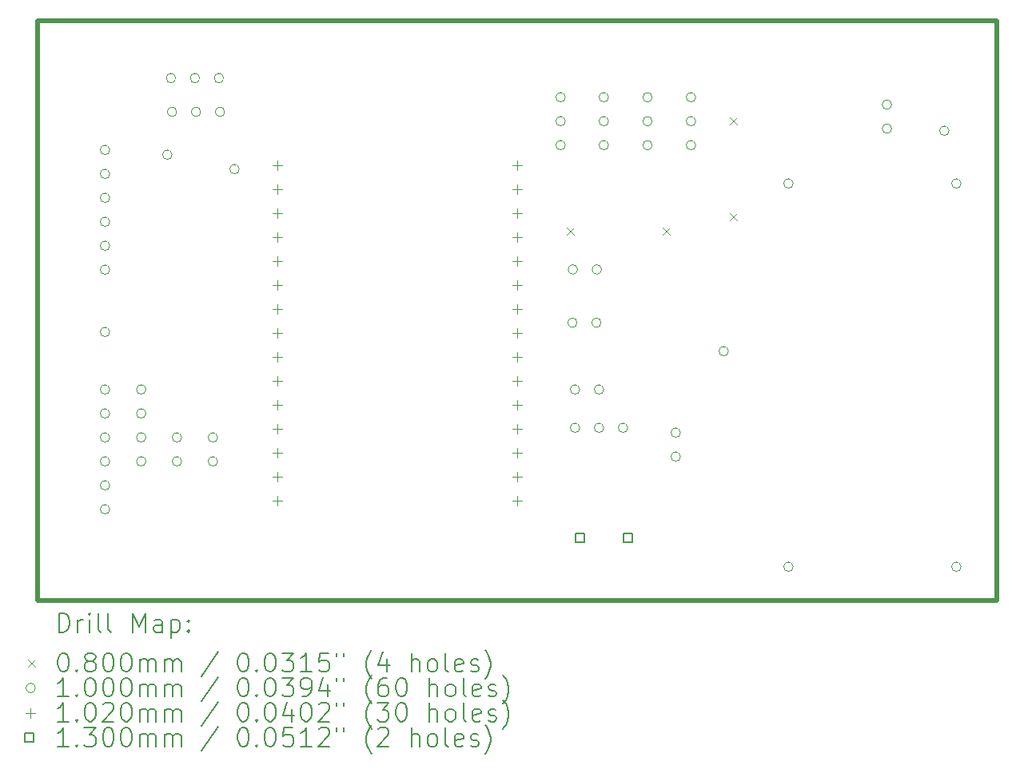
<source format=gbr>
%TF.GenerationSoftware,KiCad,Pcbnew,7.0.1*%
%TF.CreationDate,2023-06-27T15:59:31-05:00*%
%TF.ProjectId,ChocoBox,43686f63-6f42-46f7-982e-6b696361645f,rev?*%
%TF.SameCoordinates,Original*%
%TF.FileFunction,Drillmap*%
%TF.FilePolarity,Positive*%
%FSLAX45Y45*%
G04 Gerber Fmt 4.5, Leading zero omitted, Abs format (unit mm)*
G04 Created by KiCad (PCBNEW 7.0.1) date 2023-06-27 15:59:31*
%MOMM*%
%LPD*%
G01*
G04 APERTURE LIST*
%ADD10C,0.500000*%
%ADD11C,0.200000*%
%ADD12C,0.080000*%
%ADD13C,0.100000*%
%ADD14C,0.102000*%
%ADD15C,0.130000*%
G04 APERTURE END LIST*
D10*
X6146800Y-3708400D02*
X16306800Y-3708400D01*
X16306800Y-9855200D01*
X6146800Y-9855200D01*
X6146800Y-3708400D01*
D11*
D12*
X11745600Y-5903600D02*
X11825600Y-5983600D01*
X11825600Y-5903600D02*
X11745600Y-5983600D01*
X12761600Y-5903600D02*
X12841600Y-5983600D01*
X12841600Y-5903600D02*
X12761600Y-5983600D01*
X13472800Y-4735200D02*
X13552800Y-4815200D01*
X13552800Y-4735200D02*
X13472800Y-4815200D01*
X13472800Y-5751200D02*
X13552800Y-5831200D01*
X13552800Y-5751200D02*
X13472800Y-5831200D01*
D13*
X6908000Y-5080000D02*
G75*
G03*
X6908000Y-5080000I-50000J0D01*
G01*
X6908000Y-5334000D02*
G75*
G03*
X6908000Y-5334000I-50000J0D01*
G01*
X6908000Y-5588000D02*
G75*
G03*
X6908000Y-5588000I-50000J0D01*
G01*
X6908000Y-5842000D02*
G75*
G03*
X6908000Y-5842000I-50000J0D01*
G01*
X6908000Y-6096000D02*
G75*
G03*
X6908000Y-6096000I-50000J0D01*
G01*
X6908000Y-6350000D02*
G75*
G03*
X6908000Y-6350000I-50000J0D01*
G01*
X6908000Y-7010400D02*
G75*
G03*
X6908000Y-7010400I-50000J0D01*
G01*
X6908000Y-7620000D02*
G75*
G03*
X6908000Y-7620000I-50000J0D01*
G01*
X6908000Y-7874000D02*
G75*
G03*
X6908000Y-7874000I-50000J0D01*
G01*
X6908000Y-8128000D02*
G75*
G03*
X6908000Y-8128000I-50000J0D01*
G01*
X6908000Y-8382000D02*
G75*
G03*
X6908000Y-8382000I-50000J0D01*
G01*
X6908000Y-8636000D02*
G75*
G03*
X6908000Y-8636000I-50000J0D01*
G01*
X6908000Y-8890000D02*
G75*
G03*
X6908000Y-8890000I-50000J0D01*
G01*
X7291500Y-7620000D02*
G75*
G03*
X7291500Y-7620000I-50000J0D01*
G01*
X7291500Y-7874000D02*
G75*
G03*
X7291500Y-7874000I-50000J0D01*
G01*
X7291500Y-8128000D02*
G75*
G03*
X7291500Y-8128000I-50000J0D01*
G01*
X7291500Y-8382000D02*
G75*
G03*
X7291500Y-8382000I-50000J0D01*
G01*
X7568400Y-5130800D02*
G75*
G03*
X7568400Y-5130800I-50000J0D01*
G01*
X7606500Y-4318000D02*
G75*
G03*
X7606500Y-4318000I-50000J0D01*
G01*
X7617700Y-4676100D02*
G75*
G03*
X7617700Y-4676100I-50000J0D01*
G01*
X7670000Y-8128000D02*
G75*
G03*
X7670000Y-8128000I-50000J0D01*
G01*
X7670000Y-8382000D02*
G75*
G03*
X7670000Y-8382000I-50000J0D01*
G01*
X7860500Y-4318000D02*
G75*
G03*
X7860500Y-4318000I-50000J0D01*
G01*
X7871700Y-4676100D02*
G75*
G03*
X7871700Y-4676100I-50000J0D01*
G01*
X8051000Y-8128000D02*
G75*
G03*
X8051000Y-8128000I-50000J0D01*
G01*
X8051000Y-8382000D02*
G75*
G03*
X8051000Y-8382000I-50000J0D01*
G01*
X8114500Y-4318000D02*
G75*
G03*
X8114500Y-4318000I-50000J0D01*
G01*
X8125700Y-4676100D02*
G75*
G03*
X8125700Y-4676100I-50000J0D01*
G01*
X8279600Y-5283200D02*
G75*
G03*
X8279600Y-5283200I-50000J0D01*
G01*
X11734000Y-4521200D02*
G75*
G03*
X11734000Y-4521200I-50000J0D01*
G01*
X11734000Y-4775200D02*
G75*
G03*
X11734000Y-4775200I-50000J0D01*
G01*
X11734000Y-5029200D02*
G75*
G03*
X11734000Y-5029200I-50000J0D01*
G01*
X11859000Y-6911300D02*
G75*
G03*
X11859000Y-6911300I-50000J0D01*
G01*
X11863000Y-6347500D02*
G75*
G03*
X11863000Y-6347500I-50000J0D01*
G01*
X11886400Y-7620000D02*
G75*
G03*
X11886400Y-7620000I-50000J0D01*
G01*
X11886400Y-8026400D02*
G75*
G03*
X11886400Y-8026400I-50000J0D01*
G01*
X12113000Y-6911300D02*
G75*
G03*
X12113000Y-6911300I-50000J0D01*
G01*
X12117000Y-6347500D02*
G75*
G03*
X12117000Y-6347500I-50000J0D01*
G01*
X12140400Y-7620000D02*
G75*
G03*
X12140400Y-7620000I-50000J0D01*
G01*
X12140400Y-8026400D02*
G75*
G03*
X12140400Y-8026400I-50000J0D01*
G01*
X12191200Y-4521200D02*
G75*
G03*
X12191200Y-4521200I-50000J0D01*
G01*
X12191200Y-4775200D02*
G75*
G03*
X12191200Y-4775200I-50000J0D01*
G01*
X12191200Y-5029200D02*
G75*
G03*
X12191200Y-5029200I-50000J0D01*
G01*
X12394400Y-8026400D02*
G75*
G03*
X12394400Y-8026400I-50000J0D01*
G01*
X12654000Y-4521200D02*
G75*
G03*
X12654000Y-4521200I-50000J0D01*
G01*
X12654000Y-4775200D02*
G75*
G03*
X12654000Y-4775200I-50000J0D01*
G01*
X12654000Y-5029200D02*
G75*
G03*
X12654000Y-5029200I-50000J0D01*
G01*
X12953200Y-8077200D02*
G75*
G03*
X12953200Y-8077200I-50000J0D01*
G01*
X12953200Y-8331200D02*
G75*
G03*
X12953200Y-8331200I-50000J0D01*
G01*
X13114000Y-4521200D02*
G75*
G03*
X13114000Y-4521200I-50000J0D01*
G01*
X13114000Y-4775200D02*
G75*
G03*
X13114000Y-4775200I-50000J0D01*
G01*
X13114000Y-5029200D02*
G75*
G03*
X13114000Y-5029200I-50000J0D01*
G01*
X13461200Y-7213600D02*
G75*
G03*
X13461200Y-7213600I-50000J0D01*
G01*
X14147000Y-5435600D02*
G75*
G03*
X14147000Y-5435600I-50000J0D01*
G01*
X14147000Y-9499600D02*
G75*
G03*
X14147000Y-9499600I-50000J0D01*
G01*
X15190900Y-4599400D02*
G75*
G03*
X15190900Y-4599400I-50000J0D01*
G01*
X15190900Y-4853400D02*
G75*
G03*
X15190900Y-4853400I-50000J0D01*
G01*
X15798000Y-4876800D02*
G75*
G03*
X15798000Y-4876800I-50000J0D01*
G01*
X15925000Y-5435600D02*
G75*
G03*
X15925000Y-5435600I-50000J0D01*
G01*
X15925000Y-9499600D02*
G75*
G03*
X15925000Y-9499600I-50000J0D01*
G01*
D14*
X8683000Y-5194000D02*
X8683000Y-5296000D01*
X8632000Y-5245000D02*
X8734000Y-5245000D01*
X8683000Y-5448000D02*
X8683000Y-5550000D01*
X8632000Y-5499000D02*
X8734000Y-5499000D01*
X8683000Y-5702000D02*
X8683000Y-5804000D01*
X8632000Y-5753000D02*
X8734000Y-5753000D01*
X8683000Y-5956000D02*
X8683000Y-6058000D01*
X8632000Y-6007000D02*
X8734000Y-6007000D01*
X8683000Y-6210000D02*
X8683000Y-6312000D01*
X8632000Y-6261000D02*
X8734000Y-6261000D01*
X8683000Y-6464000D02*
X8683000Y-6566000D01*
X8632000Y-6515000D02*
X8734000Y-6515000D01*
X8683000Y-6718000D02*
X8683000Y-6820000D01*
X8632000Y-6769000D02*
X8734000Y-6769000D01*
X8683000Y-6972000D02*
X8683000Y-7074000D01*
X8632000Y-7023000D02*
X8734000Y-7023000D01*
X8683000Y-7226000D02*
X8683000Y-7328000D01*
X8632000Y-7277000D02*
X8734000Y-7277000D01*
X8683000Y-7480000D02*
X8683000Y-7582000D01*
X8632000Y-7531000D02*
X8734000Y-7531000D01*
X8683000Y-7734000D02*
X8683000Y-7836000D01*
X8632000Y-7785000D02*
X8734000Y-7785000D01*
X8683000Y-7988000D02*
X8683000Y-8090000D01*
X8632000Y-8039000D02*
X8734000Y-8039000D01*
X8683000Y-8242000D02*
X8683000Y-8344000D01*
X8632000Y-8293000D02*
X8734000Y-8293000D01*
X8683000Y-8496000D02*
X8683000Y-8598000D01*
X8632000Y-8547000D02*
X8734000Y-8547000D01*
X8683000Y-8750000D02*
X8683000Y-8852000D01*
X8632000Y-8801000D02*
X8734000Y-8801000D01*
X11223000Y-5194000D02*
X11223000Y-5296000D01*
X11172000Y-5245000D02*
X11274000Y-5245000D01*
X11223000Y-5448000D02*
X11223000Y-5550000D01*
X11172000Y-5499000D02*
X11274000Y-5499000D01*
X11223000Y-5702000D02*
X11223000Y-5804000D01*
X11172000Y-5753000D02*
X11274000Y-5753000D01*
X11223000Y-5956000D02*
X11223000Y-6058000D01*
X11172000Y-6007000D02*
X11274000Y-6007000D01*
X11223000Y-6210000D02*
X11223000Y-6312000D01*
X11172000Y-6261000D02*
X11274000Y-6261000D01*
X11223000Y-6464000D02*
X11223000Y-6566000D01*
X11172000Y-6515000D02*
X11274000Y-6515000D01*
X11223000Y-6718000D02*
X11223000Y-6820000D01*
X11172000Y-6769000D02*
X11274000Y-6769000D01*
X11223000Y-6972000D02*
X11223000Y-7074000D01*
X11172000Y-7023000D02*
X11274000Y-7023000D01*
X11223000Y-7226000D02*
X11223000Y-7328000D01*
X11172000Y-7277000D02*
X11274000Y-7277000D01*
X11223000Y-7480000D02*
X11223000Y-7582000D01*
X11172000Y-7531000D02*
X11274000Y-7531000D01*
X11223000Y-7734000D02*
X11223000Y-7836000D01*
X11172000Y-7785000D02*
X11274000Y-7785000D01*
X11223000Y-7988000D02*
X11223000Y-8090000D01*
X11172000Y-8039000D02*
X11274000Y-8039000D01*
X11223000Y-8242000D02*
X11223000Y-8344000D01*
X11172000Y-8293000D02*
X11274000Y-8293000D01*
X11223000Y-8496000D02*
X11223000Y-8598000D01*
X11172000Y-8547000D02*
X11274000Y-8547000D01*
X11223000Y-8750000D02*
X11223000Y-8852000D01*
X11172000Y-8801000D02*
X11274000Y-8801000D01*
D15*
X11933162Y-9240762D02*
X11933162Y-9148838D01*
X11841238Y-9148838D01*
X11841238Y-9240762D01*
X11933162Y-9240762D01*
X12441162Y-9240762D02*
X12441162Y-9148838D01*
X12349238Y-9148838D01*
X12349238Y-9240762D01*
X12441162Y-9240762D01*
D11*
X6369419Y-10192724D02*
X6369419Y-9992724D01*
X6369419Y-9992724D02*
X6417038Y-9992724D01*
X6417038Y-9992724D02*
X6445609Y-10002248D01*
X6445609Y-10002248D02*
X6464657Y-10021295D01*
X6464657Y-10021295D02*
X6474181Y-10040343D01*
X6474181Y-10040343D02*
X6483705Y-10078438D01*
X6483705Y-10078438D02*
X6483705Y-10107010D01*
X6483705Y-10107010D02*
X6474181Y-10145105D01*
X6474181Y-10145105D02*
X6464657Y-10164152D01*
X6464657Y-10164152D02*
X6445609Y-10183200D01*
X6445609Y-10183200D02*
X6417038Y-10192724D01*
X6417038Y-10192724D02*
X6369419Y-10192724D01*
X6569419Y-10192724D02*
X6569419Y-10059390D01*
X6569419Y-10097486D02*
X6578943Y-10078438D01*
X6578943Y-10078438D02*
X6588467Y-10068914D01*
X6588467Y-10068914D02*
X6607514Y-10059390D01*
X6607514Y-10059390D02*
X6626562Y-10059390D01*
X6693228Y-10192724D02*
X6693228Y-10059390D01*
X6693228Y-9992724D02*
X6683705Y-10002248D01*
X6683705Y-10002248D02*
X6693228Y-10011771D01*
X6693228Y-10011771D02*
X6702752Y-10002248D01*
X6702752Y-10002248D02*
X6693228Y-9992724D01*
X6693228Y-9992724D02*
X6693228Y-10011771D01*
X6817038Y-10192724D02*
X6797990Y-10183200D01*
X6797990Y-10183200D02*
X6788467Y-10164152D01*
X6788467Y-10164152D02*
X6788467Y-9992724D01*
X6921800Y-10192724D02*
X6902752Y-10183200D01*
X6902752Y-10183200D02*
X6893228Y-10164152D01*
X6893228Y-10164152D02*
X6893228Y-9992724D01*
X7150371Y-10192724D02*
X7150371Y-9992724D01*
X7150371Y-9992724D02*
X7217038Y-10135581D01*
X7217038Y-10135581D02*
X7283705Y-9992724D01*
X7283705Y-9992724D02*
X7283705Y-10192724D01*
X7464657Y-10192724D02*
X7464657Y-10087962D01*
X7464657Y-10087962D02*
X7455133Y-10068914D01*
X7455133Y-10068914D02*
X7436086Y-10059390D01*
X7436086Y-10059390D02*
X7397990Y-10059390D01*
X7397990Y-10059390D02*
X7378943Y-10068914D01*
X7464657Y-10183200D02*
X7445609Y-10192724D01*
X7445609Y-10192724D02*
X7397990Y-10192724D01*
X7397990Y-10192724D02*
X7378943Y-10183200D01*
X7378943Y-10183200D02*
X7369419Y-10164152D01*
X7369419Y-10164152D02*
X7369419Y-10145105D01*
X7369419Y-10145105D02*
X7378943Y-10126057D01*
X7378943Y-10126057D02*
X7397990Y-10116533D01*
X7397990Y-10116533D02*
X7445609Y-10116533D01*
X7445609Y-10116533D02*
X7464657Y-10107010D01*
X7559895Y-10059390D02*
X7559895Y-10259390D01*
X7559895Y-10068914D02*
X7578943Y-10059390D01*
X7578943Y-10059390D02*
X7617038Y-10059390D01*
X7617038Y-10059390D02*
X7636086Y-10068914D01*
X7636086Y-10068914D02*
X7645609Y-10078438D01*
X7645609Y-10078438D02*
X7655133Y-10097486D01*
X7655133Y-10097486D02*
X7655133Y-10154629D01*
X7655133Y-10154629D02*
X7645609Y-10173676D01*
X7645609Y-10173676D02*
X7636086Y-10183200D01*
X7636086Y-10183200D02*
X7617038Y-10192724D01*
X7617038Y-10192724D02*
X7578943Y-10192724D01*
X7578943Y-10192724D02*
X7559895Y-10183200D01*
X7740848Y-10173676D02*
X7750371Y-10183200D01*
X7750371Y-10183200D02*
X7740848Y-10192724D01*
X7740848Y-10192724D02*
X7731324Y-10183200D01*
X7731324Y-10183200D02*
X7740848Y-10173676D01*
X7740848Y-10173676D02*
X7740848Y-10192724D01*
X7740848Y-10068914D02*
X7750371Y-10078438D01*
X7750371Y-10078438D02*
X7740848Y-10087962D01*
X7740848Y-10087962D02*
X7731324Y-10078438D01*
X7731324Y-10078438D02*
X7740848Y-10068914D01*
X7740848Y-10068914D02*
X7740848Y-10087962D01*
D12*
X6041800Y-10480200D02*
X6121800Y-10560200D01*
X6121800Y-10480200D02*
X6041800Y-10560200D01*
D11*
X6407514Y-10412724D02*
X6426562Y-10412724D01*
X6426562Y-10412724D02*
X6445609Y-10422248D01*
X6445609Y-10422248D02*
X6455133Y-10431771D01*
X6455133Y-10431771D02*
X6464657Y-10450819D01*
X6464657Y-10450819D02*
X6474181Y-10488914D01*
X6474181Y-10488914D02*
X6474181Y-10536533D01*
X6474181Y-10536533D02*
X6464657Y-10574629D01*
X6464657Y-10574629D02*
X6455133Y-10593676D01*
X6455133Y-10593676D02*
X6445609Y-10603200D01*
X6445609Y-10603200D02*
X6426562Y-10612724D01*
X6426562Y-10612724D02*
X6407514Y-10612724D01*
X6407514Y-10612724D02*
X6388467Y-10603200D01*
X6388467Y-10603200D02*
X6378943Y-10593676D01*
X6378943Y-10593676D02*
X6369419Y-10574629D01*
X6369419Y-10574629D02*
X6359895Y-10536533D01*
X6359895Y-10536533D02*
X6359895Y-10488914D01*
X6359895Y-10488914D02*
X6369419Y-10450819D01*
X6369419Y-10450819D02*
X6378943Y-10431771D01*
X6378943Y-10431771D02*
X6388467Y-10422248D01*
X6388467Y-10422248D02*
X6407514Y-10412724D01*
X6559895Y-10593676D02*
X6569419Y-10603200D01*
X6569419Y-10603200D02*
X6559895Y-10612724D01*
X6559895Y-10612724D02*
X6550371Y-10603200D01*
X6550371Y-10603200D02*
X6559895Y-10593676D01*
X6559895Y-10593676D02*
X6559895Y-10612724D01*
X6683705Y-10498438D02*
X6664657Y-10488914D01*
X6664657Y-10488914D02*
X6655133Y-10479390D01*
X6655133Y-10479390D02*
X6645609Y-10460343D01*
X6645609Y-10460343D02*
X6645609Y-10450819D01*
X6645609Y-10450819D02*
X6655133Y-10431771D01*
X6655133Y-10431771D02*
X6664657Y-10422248D01*
X6664657Y-10422248D02*
X6683705Y-10412724D01*
X6683705Y-10412724D02*
X6721800Y-10412724D01*
X6721800Y-10412724D02*
X6740848Y-10422248D01*
X6740848Y-10422248D02*
X6750371Y-10431771D01*
X6750371Y-10431771D02*
X6759895Y-10450819D01*
X6759895Y-10450819D02*
X6759895Y-10460343D01*
X6759895Y-10460343D02*
X6750371Y-10479390D01*
X6750371Y-10479390D02*
X6740848Y-10488914D01*
X6740848Y-10488914D02*
X6721800Y-10498438D01*
X6721800Y-10498438D02*
X6683705Y-10498438D01*
X6683705Y-10498438D02*
X6664657Y-10507962D01*
X6664657Y-10507962D02*
X6655133Y-10517486D01*
X6655133Y-10517486D02*
X6645609Y-10536533D01*
X6645609Y-10536533D02*
X6645609Y-10574629D01*
X6645609Y-10574629D02*
X6655133Y-10593676D01*
X6655133Y-10593676D02*
X6664657Y-10603200D01*
X6664657Y-10603200D02*
X6683705Y-10612724D01*
X6683705Y-10612724D02*
X6721800Y-10612724D01*
X6721800Y-10612724D02*
X6740848Y-10603200D01*
X6740848Y-10603200D02*
X6750371Y-10593676D01*
X6750371Y-10593676D02*
X6759895Y-10574629D01*
X6759895Y-10574629D02*
X6759895Y-10536533D01*
X6759895Y-10536533D02*
X6750371Y-10517486D01*
X6750371Y-10517486D02*
X6740848Y-10507962D01*
X6740848Y-10507962D02*
X6721800Y-10498438D01*
X6883705Y-10412724D02*
X6902752Y-10412724D01*
X6902752Y-10412724D02*
X6921800Y-10422248D01*
X6921800Y-10422248D02*
X6931324Y-10431771D01*
X6931324Y-10431771D02*
X6940848Y-10450819D01*
X6940848Y-10450819D02*
X6950371Y-10488914D01*
X6950371Y-10488914D02*
X6950371Y-10536533D01*
X6950371Y-10536533D02*
X6940848Y-10574629D01*
X6940848Y-10574629D02*
X6931324Y-10593676D01*
X6931324Y-10593676D02*
X6921800Y-10603200D01*
X6921800Y-10603200D02*
X6902752Y-10612724D01*
X6902752Y-10612724D02*
X6883705Y-10612724D01*
X6883705Y-10612724D02*
X6864657Y-10603200D01*
X6864657Y-10603200D02*
X6855133Y-10593676D01*
X6855133Y-10593676D02*
X6845609Y-10574629D01*
X6845609Y-10574629D02*
X6836086Y-10536533D01*
X6836086Y-10536533D02*
X6836086Y-10488914D01*
X6836086Y-10488914D02*
X6845609Y-10450819D01*
X6845609Y-10450819D02*
X6855133Y-10431771D01*
X6855133Y-10431771D02*
X6864657Y-10422248D01*
X6864657Y-10422248D02*
X6883705Y-10412724D01*
X7074181Y-10412724D02*
X7093229Y-10412724D01*
X7093229Y-10412724D02*
X7112276Y-10422248D01*
X7112276Y-10422248D02*
X7121800Y-10431771D01*
X7121800Y-10431771D02*
X7131324Y-10450819D01*
X7131324Y-10450819D02*
X7140848Y-10488914D01*
X7140848Y-10488914D02*
X7140848Y-10536533D01*
X7140848Y-10536533D02*
X7131324Y-10574629D01*
X7131324Y-10574629D02*
X7121800Y-10593676D01*
X7121800Y-10593676D02*
X7112276Y-10603200D01*
X7112276Y-10603200D02*
X7093229Y-10612724D01*
X7093229Y-10612724D02*
X7074181Y-10612724D01*
X7074181Y-10612724D02*
X7055133Y-10603200D01*
X7055133Y-10603200D02*
X7045609Y-10593676D01*
X7045609Y-10593676D02*
X7036086Y-10574629D01*
X7036086Y-10574629D02*
X7026562Y-10536533D01*
X7026562Y-10536533D02*
X7026562Y-10488914D01*
X7026562Y-10488914D02*
X7036086Y-10450819D01*
X7036086Y-10450819D02*
X7045609Y-10431771D01*
X7045609Y-10431771D02*
X7055133Y-10422248D01*
X7055133Y-10422248D02*
X7074181Y-10412724D01*
X7226562Y-10612724D02*
X7226562Y-10479390D01*
X7226562Y-10498438D02*
X7236086Y-10488914D01*
X7236086Y-10488914D02*
X7255133Y-10479390D01*
X7255133Y-10479390D02*
X7283705Y-10479390D01*
X7283705Y-10479390D02*
X7302752Y-10488914D01*
X7302752Y-10488914D02*
X7312276Y-10507962D01*
X7312276Y-10507962D02*
X7312276Y-10612724D01*
X7312276Y-10507962D02*
X7321800Y-10488914D01*
X7321800Y-10488914D02*
X7340848Y-10479390D01*
X7340848Y-10479390D02*
X7369419Y-10479390D01*
X7369419Y-10479390D02*
X7388467Y-10488914D01*
X7388467Y-10488914D02*
X7397990Y-10507962D01*
X7397990Y-10507962D02*
X7397990Y-10612724D01*
X7493229Y-10612724D02*
X7493229Y-10479390D01*
X7493229Y-10498438D02*
X7502752Y-10488914D01*
X7502752Y-10488914D02*
X7521800Y-10479390D01*
X7521800Y-10479390D02*
X7550371Y-10479390D01*
X7550371Y-10479390D02*
X7569419Y-10488914D01*
X7569419Y-10488914D02*
X7578943Y-10507962D01*
X7578943Y-10507962D02*
X7578943Y-10612724D01*
X7578943Y-10507962D02*
X7588467Y-10488914D01*
X7588467Y-10488914D02*
X7607514Y-10479390D01*
X7607514Y-10479390D02*
X7636086Y-10479390D01*
X7636086Y-10479390D02*
X7655133Y-10488914D01*
X7655133Y-10488914D02*
X7664657Y-10507962D01*
X7664657Y-10507962D02*
X7664657Y-10612724D01*
X8055133Y-10403200D02*
X7883705Y-10660343D01*
X8312276Y-10412724D02*
X8331324Y-10412724D01*
X8331324Y-10412724D02*
X8350372Y-10422248D01*
X8350372Y-10422248D02*
X8359895Y-10431771D01*
X8359895Y-10431771D02*
X8369419Y-10450819D01*
X8369419Y-10450819D02*
X8378943Y-10488914D01*
X8378943Y-10488914D02*
X8378943Y-10536533D01*
X8378943Y-10536533D02*
X8369419Y-10574629D01*
X8369419Y-10574629D02*
X8359895Y-10593676D01*
X8359895Y-10593676D02*
X8350372Y-10603200D01*
X8350372Y-10603200D02*
X8331324Y-10612724D01*
X8331324Y-10612724D02*
X8312276Y-10612724D01*
X8312276Y-10612724D02*
X8293229Y-10603200D01*
X8293229Y-10603200D02*
X8283705Y-10593676D01*
X8283705Y-10593676D02*
X8274181Y-10574629D01*
X8274181Y-10574629D02*
X8264657Y-10536533D01*
X8264657Y-10536533D02*
X8264657Y-10488914D01*
X8264657Y-10488914D02*
X8274181Y-10450819D01*
X8274181Y-10450819D02*
X8283705Y-10431771D01*
X8283705Y-10431771D02*
X8293229Y-10422248D01*
X8293229Y-10422248D02*
X8312276Y-10412724D01*
X8464657Y-10593676D02*
X8474181Y-10603200D01*
X8474181Y-10603200D02*
X8464657Y-10612724D01*
X8464657Y-10612724D02*
X8455134Y-10603200D01*
X8455134Y-10603200D02*
X8464657Y-10593676D01*
X8464657Y-10593676D02*
X8464657Y-10612724D01*
X8597991Y-10412724D02*
X8617038Y-10412724D01*
X8617038Y-10412724D02*
X8636086Y-10422248D01*
X8636086Y-10422248D02*
X8645610Y-10431771D01*
X8645610Y-10431771D02*
X8655134Y-10450819D01*
X8655134Y-10450819D02*
X8664657Y-10488914D01*
X8664657Y-10488914D02*
X8664657Y-10536533D01*
X8664657Y-10536533D02*
X8655134Y-10574629D01*
X8655134Y-10574629D02*
X8645610Y-10593676D01*
X8645610Y-10593676D02*
X8636086Y-10603200D01*
X8636086Y-10603200D02*
X8617038Y-10612724D01*
X8617038Y-10612724D02*
X8597991Y-10612724D01*
X8597991Y-10612724D02*
X8578943Y-10603200D01*
X8578943Y-10603200D02*
X8569419Y-10593676D01*
X8569419Y-10593676D02*
X8559895Y-10574629D01*
X8559895Y-10574629D02*
X8550372Y-10536533D01*
X8550372Y-10536533D02*
X8550372Y-10488914D01*
X8550372Y-10488914D02*
X8559895Y-10450819D01*
X8559895Y-10450819D02*
X8569419Y-10431771D01*
X8569419Y-10431771D02*
X8578943Y-10422248D01*
X8578943Y-10422248D02*
X8597991Y-10412724D01*
X8731324Y-10412724D02*
X8855134Y-10412724D01*
X8855134Y-10412724D02*
X8788467Y-10488914D01*
X8788467Y-10488914D02*
X8817038Y-10488914D01*
X8817038Y-10488914D02*
X8836086Y-10498438D01*
X8836086Y-10498438D02*
X8845610Y-10507962D01*
X8845610Y-10507962D02*
X8855134Y-10527010D01*
X8855134Y-10527010D02*
X8855134Y-10574629D01*
X8855134Y-10574629D02*
X8845610Y-10593676D01*
X8845610Y-10593676D02*
X8836086Y-10603200D01*
X8836086Y-10603200D02*
X8817038Y-10612724D01*
X8817038Y-10612724D02*
X8759895Y-10612724D01*
X8759895Y-10612724D02*
X8740848Y-10603200D01*
X8740848Y-10603200D02*
X8731324Y-10593676D01*
X9045610Y-10612724D02*
X8931324Y-10612724D01*
X8988467Y-10612724D02*
X8988467Y-10412724D01*
X8988467Y-10412724D02*
X8969419Y-10441295D01*
X8969419Y-10441295D02*
X8950372Y-10460343D01*
X8950372Y-10460343D02*
X8931324Y-10469867D01*
X9226562Y-10412724D02*
X9131324Y-10412724D01*
X9131324Y-10412724D02*
X9121800Y-10507962D01*
X9121800Y-10507962D02*
X9131324Y-10498438D01*
X9131324Y-10498438D02*
X9150372Y-10488914D01*
X9150372Y-10488914D02*
X9197991Y-10488914D01*
X9197991Y-10488914D02*
X9217038Y-10498438D01*
X9217038Y-10498438D02*
X9226562Y-10507962D01*
X9226562Y-10507962D02*
X9236086Y-10527010D01*
X9236086Y-10527010D02*
X9236086Y-10574629D01*
X9236086Y-10574629D02*
X9226562Y-10593676D01*
X9226562Y-10593676D02*
X9217038Y-10603200D01*
X9217038Y-10603200D02*
X9197991Y-10612724D01*
X9197991Y-10612724D02*
X9150372Y-10612724D01*
X9150372Y-10612724D02*
X9131324Y-10603200D01*
X9131324Y-10603200D02*
X9121800Y-10593676D01*
X9312276Y-10412724D02*
X9312276Y-10450819D01*
X9388467Y-10412724D02*
X9388467Y-10450819D01*
X9683705Y-10688914D02*
X9674181Y-10679390D01*
X9674181Y-10679390D02*
X9655134Y-10650819D01*
X9655134Y-10650819D02*
X9645610Y-10631771D01*
X9645610Y-10631771D02*
X9636086Y-10603200D01*
X9636086Y-10603200D02*
X9626562Y-10555581D01*
X9626562Y-10555581D02*
X9626562Y-10517486D01*
X9626562Y-10517486D02*
X9636086Y-10469867D01*
X9636086Y-10469867D02*
X9645610Y-10441295D01*
X9645610Y-10441295D02*
X9655134Y-10422248D01*
X9655134Y-10422248D02*
X9674181Y-10393676D01*
X9674181Y-10393676D02*
X9683705Y-10384152D01*
X9845610Y-10479390D02*
X9845610Y-10612724D01*
X9797991Y-10403200D02*
X9750372Y-10546057D01*
X9750372Y-10546057D02*
X9874181Y-10546057D01*
X10102753Y-10612724D02*
X10102753Y-10412724D01*
X10188467Y-10612724D02*
X10188467Y-10507962D01*
X10188467Y-10507962D02*
X10178943Y-10488914D01*
X10178943Y-10488914D02*
X10159896Y-10479390D01*
X10159896Y-10479390D02*
X10131324Y-10479390D01*
X10131324Y-10479390D02*
X10112277Y-10488914D01*
X10112277Y-10488914D02*
X10102753Y-10498438D01*
X10312277Y-10612724D02*
X10293229Y-10603200D01*
X10293229Y-10603200D02*
X10283705Y-10593676D01*
X10283705Y-10593676D02*
X10274181Y-10574629D01*
X10274181Y-10574629D02*
X10274181Y-10517486D01*
X10274181Y-10517486D02*
X10283705Y-10498438D01*
X10283705Y-10498438D02*
X10293229Y-10488914D01*
X10293229Y-10488914D02*
X10312277Y-10479390D01*
X10312277Y-10479390D02*
X10340848Y-10479390D01*
X10340848Y-10479390D02*
X10359896Y-10488914D01*
X10359896Y-10488914D02*
X10369419Y-10498438D01*
X10369419Y-10498438D02*
X10378943Y-10517486D01*
X10378943Y-10517486D02*
X10378943Y-10574629D01*
X10378943Y-10574629D02*
X10369419Y-10593676D01*
X10369419Y-10593676D02*
X10359896Y-10603200D01*
X10359896Y-10603200D02*
X10340848Y-10612724D01*
X10340848Y-10612724D02*
X10312277Y-10612724D01*
X10493229Y-10612724D02*
X10474181Y-10603200D01*
X10474181Y-10603200D02*
X10464658Y-10584152D01*
X10464658Y-10584152D02*
X10464658Y-10412724D01*
X10645610Y-10603200D02*
X10626562Y-10612724D01*
X10626562Y-10612724D02*
X10588467Y-10612724D01*
X10588467Y-10612724D02*
X10569419Y-10603200D01*
X10569419Y-10603200D02*
X10559896Y-10584152D01*
X10559896Y-10584152D02*
X10559896Y-10507962D01*
X10559896Y-10507962D02*
X10569419Y-10488914D01*
X10569419Y-10488914D02*
X10588467Y-10479390D01*
X10588467Y-10479390D02*
X10626562Y-10479390D01*
X10626562Y-10479390D02*
X10645610Y-10488914D01*
X10645610Y-10488914D02*
X10655134Y-10507962D01*
X10655134Y-10507962D02*
X10655134Y-10527010D01*
X10655134Y-10527010D02*
X10559896Y-10546057D01*
X10731324Y-10603200D02*
X10750372Y-10612724D01*
X10750372Y-10612724D02*
X10788467Y-10612724D01*
X10788467Y-10612724D02*
X10807515Y-10603200D01*
X10807515Y-10603200D02*
X10817039Y-10584152D01*
X10817039Y-10584152D02*
X10817039Y-10574629D01*
X10817039Y-10574629D02*
X10807515Y-10555581D01*
X10807515Y-10555581D02*
X10788467Y-10546057D01*
X10788467Y-10546057D02*
X10759896Y-10546057D01*
X10759896Y-10546057D02*
X10740848Y-10536533D01*
X10740848Y-10536533D02*
X10731324Y-10517486D01*
X10731324Y-10517486D02*
X10731324Y-10507962D01*
X10731324Y-10507962D02*
X10740848Y-10488914D01*
X10740848Y-10488914D02*
X10759896Y-10479390D01*
X10759896Y-10479390D02*
X10788467Y-10479390D01*
X10788467Y-10479390D02*
X10807515Y-10488914D01*
X10883705Y-10688914D02*
X10893229Y-10679390D01*
X10893229Y-10679390D02*
X10912277Y-10650819D01*
X10912277Y-10650819D02*
X10921800Y-10631771D01*
X10921800Y-10631771D02*
X10931324Y-10603200D01*
X10931324Y-10603200D02*
X10940848Y-10555581D01*
X10940848Y-10555581D02*
X10940848Y-10517486D01*
X10940848Y-10517486D02*
X10931324Y-10469867D01*
X10931324Y-10469867D02*
X10921800Y-10441295D01*
X10921800Y-10441295D02*
X10912277Y-10422248D01*
X10912277Y-10422248D02*
X10893229Y-10393676D01*
X10893229Y-10393676D02*
X10883705Y-10384152D01*
D13*
X6121800Y-10784200D02*
G75*
G03*
X6121800Y-10784200I-50000J0D01*
G01*
D11*
X6474181Y-10876724D02*
X6359895Y-10876724D01*
X6417038Y-10876724D02*
X6417038Y-10676724D01*
X6417038Y-10676724D02*
X6397990Y-10705295D01*
X6397990Y-10705295D02*
X6378943Y-10724343D01*
X6378943Y-10724343D02*
X6359895Y-10733867D01*
X6559895Y-10857676D02*
X6569419Y-10867200D01*
X6569419Y-10867200D02*
X6559895Y-10876724D01*
X6559895Y-10876724D02*
X6550371Y-10867200D01*
X6550371Y-10867200D02*
X6559895Y-10857676D01*
X6559895Y-10857676D02*
X6559895Y-10876724D01*
X6693228Y-10676724D02*
X6712276Y-10676724D01*
X6712276Y-10676724D02*
X6731324Y-10686248D01*
X6731324Y-10686248D02*
X6740848Y-10695771D01*
X6740848Y-10695771D02*
X6750371Y-10714819D01*
X6750371Y-10714819D02*
X6759895Y-10752914D01*
X6759895Y-10752914D02*
X6759895Y-10800533D01*
X6759895Y-10800533D02*
X6750371Y-10838629D01*
X6750371Y-10838629D02*
X6740848Y-10857676D01*
X6740848Y-10857676D02*
X6731324Y-10867200D01*
X6731324Y-10867200D02*
X6712276Y-10876724D01*
X6712276Y-10876724D02*
X6693228Y-10876724D01*
X6693228Y-10876724D02*
X6674181Y-10867200D01*
X6674181Y-10867200D02*
X6664657Y-10857676D01*
X6664657Y-10857676D02*
X6655133Y-10838629D01*
X6655133Y-10838629D02*
X6645609Y-10800533D01*
X6645609Y-10800533D02*
X6645609Y-10752914D01*
X6645609Y-10752914D02*
X6655133Y-10714819D01*
X6655133Y-10714819D02*
X6664657Y-10695771D01*
X6664657Y-10695771D02*
X6674181Y-10686248D01*
X6674181Y-10686248D02*
X6693228Y-10676724D01*
X6883705Y-10676724D02*
X6902752Y-10676724D01*
X6902752Y-10676724D02*
X6921800Y-10686248D01*
X6921800Y-10686248D02*
X6931324Y-10695771D01*
X6931324Y-10695771D02*
X6940848Y-10714819D01*
X6940848Y-10714819D02*
X6950371Y-10752914D01*
X6950371Y-10752914D02*
X6950371Y-10800533D01*
X6950371Y-10800533D02*
X6940848Y-10838629D01*
X6940848Y-10838629D02*
X6931324Y-10857676D01*
X6931324Y-10857676D02*
X6921800Y-10867200D01*
X6921800Y-10867200D02*
X6902752Y-10876724D01*
X6902752Y-10876724D02*
X6883705Y-10876724D01*
X6883705Y-10876724D02*
X6864657Y-10867200D01*
X6864657Y-10867200D02*
X6855133Y-10857676D01*
X6855133Y-10857676D02*
X6845609Y-10838629D01*
X6845609Y-10838629D02*
X6836086Y-10800533D01*
X6836086Y-10800533D02*
X6836086Y-10752914D01*
X6836086Y-10752914D02*
X6845609Y-10714819D01*
X6845609Y-10714819D02*
X6855133Y-10695771D01*
X6855133Y-10695771D02*
X6864657Y-10686248D01*
X6864657Y-10686248D02*
X6883705Y-10676724D01*
X7074181Y-10676724D02*
X7093229Y-10676724D01*
X7093229Y-10676724D02*
X7112276Y-10686248D01*
X7112276Y-10686248D02*
X7121800Y-10695771D01*
X7121800Y-10695771D02*
X7131324Y-10714819D01*
X7131324Y-10714819D02*
X7140848Y-10752914D01*
X7140848Y-10752914D02*
X7140848Y-10800533D01*
X7140848Y-10800533D02*
X7131324Y-10838629D01*
X7131324Y-10838629D02*
X7121800Y-10857676D01*
X7121800Y-10857676D02*
X7112276Y-10867200D01*
X7112276Y-10867200D02*
X7093229Y-10876724D01*
X7093229Y-10876724D02*
X7074181Y-10876724D01*
X7074181Y-10876724D02*
X7055133Y-10867200D01*
X7055133Y-10867200D02*
X7045609Y-10857676D01*
X7045609Y-10857676D02*
X7036086Y-10838629D01*
X7036086Y-10838629D02*
X7026562Y-10800533D01*
X7026562Y-10800533D02*
X7026562Y-10752914D01*
X7026562Y-10752914D02*
X7036086Y-10714819D01*
X7036086Y-10714819D02*
X7045609Y-10695771D01*
X7045609Y-10695771D02*
X7055133Y-10686248D01*
X7055133Y-10686248D02*
X7074181Y-10676724D01*
X7226562Y-10876724D02*
X7226562Y-10743390D01*
X7226562Y-10762438D02*
X7236086Y-10752914D01*
X7236086Y-10752914D02*
X7255133Y-10743390D01*
X7255133Y-10743390D02*
X7283705Y-10743390D01*
X7283705Y-10743390D02*
X7302752Y-10752914D01*
X7302752Y-10752914D02*
X7312276Y-10771962D01*
X7312276Y-10771962D02*
X7312276Y-10876724D01*
X7312276Y-10771962D02*
X7321800Y-10752914D01*
X7321800Y-10752914D02*
X7340848Y-10743390D01*
X7340848Y-10743390D02*
X7369419Y-10743390D01*
X7369419Y-10743390D02*
X7388467Y-10752914D01*
X7388467Y-10752914D02*
X7397990Y-10771962D01*
X7397990Y-10771962D02*
X7397990Y-10876724D01*
X7493229Y-10876724D02*
X7493229Y-10743390D01*
X7493229Y-10762438D02*
X7502752Y-10752914D01*
X7502752Y-10752914D02*
X7521800Y-10743390D01*
X7521800Y-10743390D02*
X7550371Y-10743390D01*
X7550371Y-10743390D02*
X7569419Y-10752914D01*
X7569419Y-10752914D02*
X7578943Y-10771962D01*
X7578943Y-10771962D02*
X7578943Y-10876724D01*
X7578943Y-10771962D02*
X7588467Y-10752914D01*
X7588467Y-10752914D02*
X7607514Y-10743390D01*
X7607514Y-10743390D02*
X7636086Y-10743390D01*
X7636086Y-10743390D02*
X7655133Y-10752914D01*
X7655133Y-10752914D02*
X7664657Y-10771962D01*
X7664657Y-10771962D02*
X7664657Y-10876724D01*
X8055133Y-10667200D02*
X7883705Y-10924343D01*
X8312276Y-10676724D02*
X8331324Y-10676724D01*
X8331324Y-10676724D02*
X8350372Y-10686248D01*
X8350372Y-10686248D02*
X8359895Y-10695771D01*
X8359895Y-10695771D02*
X8369419Y-10714819D01*
X8369419Y-10714819D02*
X8378943Y-10752914D01*
X8378943Y-10752914D02*
X8378943Y-10800533D01*
X8378943Y-10800533D02*
X8369419Y-10838629D01*
X8369419Y-10838629D02*
X8359895Y-10857676D01*
X8359895Y-10857676D02*
X8350372Y-10867200D01*
X8350372Y-10867200D02*
X8331324Y-10876724D01*
X8331324Y-10876724D02*
X8312276Y-10876724D01*
X8312276Y-10876724D02*
X8293229Y-10867200D01*
X8293229Y-10867200D02*
X8283705Y-10857676D01*
X8283705Y-10857676D02*
X8274181Y-10838629D01*
X8274181Y-10838629D02*
X8264657Y-10800533D01*
X8264657Y-10800533D02*
X8264657Y-10752914D01*
X8264657Y-10752914D02*
X8274181Y-10714819D01*
X8274181Y-10714819D02*
X8283705Y-10695771D01*
X8283705Y-10695771D02*
X8293229Y-10686248D01*
X8293229Y-10686248D02*
X8312276Y-10676724D01*
X8464657Y-10857676D02*
X8474181Y-10867200D01*
X8474181Y-10867200D02*
X8464657Y-10876724D01*
X8464657Y-10876724D02*
X8455134Y-10867200D01*
X8455134Y-10867200D02*
X8464657Y-10857676D01*
X8464657Y-10857676D02*
X8464657Y-10876724D01*
X8597991Y-10676724D02*
X8617038Y-10676724D01*
X8617038Y-10676724D02*
X8636086Y-10686248D01*
X8636086Y-10686248D02*
X8645610Y-10695771D01*
X8645610Y-10695771D02*
X8655134Y-10714819D01*
X8655134Y-10714819D02*
X8664657Y-10752914D01*
X8664657Y-10752914D02*
X8664657Y-10800533D01*
X8664657Y-10800533D02*
X8655134Y-10838629D01*
X8655134Y-10838629D02*
X8645610Y-10857676D01*
X8645610Y-10857676D02*
X8636086Y-10867200D01*
X8636086Y-10867200D02*
X8617038Y-10876724D01*
X8617038Y-10876724D02*
X8597991Y-10876724D01*
X8597991Y-10876724D02*
X8578943Y-10867200D01*
X8578943Y-10867200D02*
X8569419Y-10857676D01*
X8569419Y-10857676D02*
X8559895Y-10838629D01*
X8559895Y-10838629D02*
X8550372Y-10800533D01*
X8550372Y-10800533D02*
X8550372Y-10752914D01*
X8550372Y-10752914D02*
X8559895Y-10714819D01*
X8559895Y-10714819D02*
X8569419Y-10695771D01*
X8569419Y-10695771D02*
X8578943Y-10686248D01*
X8578943Y-10686248D02*
X8597991Y-10676724D01*
X8731324Y-10676724D02*
X8855134Y-10676724D01*
X8855134Y-10676724D02*
X8788467Y-10752914D01*
X8788467Y-10752914D02*
X8817038Y-10752914D01*
X8817038Y-10752914D02*
X8836086Y-10762438D01*
X8836086Y-10762438D02*
X8845610Y-10771962D01*
X8845610Y-10771962D02*
X8855134Y-10791010D01*
X8855134Y-10791010D02*
X8855134Y-10838629D01*
X8855134Y-10838629D02*
X8845610Y-10857676D01*
X8845610Y-10857676D02*
X8836086Y-10867200D01*
X8836086Y-10867200D02*
X8817038Y-10876724D01*
X8817038Y-10876724D02*
X8759895Y-10876724D01*
X8759895Y-10876724D02*
X8740848Y-10867200D01*
X8740848Y-10867200D02*
X8731324Y-10857676D01*
X8950372Y-10876724D02*
X8988467Y-10876724D01*
X8988467Y-10876724D02*
X9007515Y-10867200D01*
X9007515Y-10867200D02*
X9017038Y-10857676D01*
X9017038Y-10857676D02*
X9036086Y-10829105D01*
X9036086Y-10829105D02*
X9045610Y-10791010D01*
X9045610Y-10791010D02*
X9045610Y-10714819D01*
X9045610Y-10714819D02*
X9036086Y-10695771D01*
X9036086Y-10695771D02*
X9026562Y-10686248D01*
X9026562Y-10686248D02*
X9007515Y-10676724D01*
X9007515Y-10676724D02*
X8969419Y-10676724D01*
X8969419Y-10676724D02*
X8950372Y-10686248D01*
X8950372Y-10686248D02*
X8940848Y-10695771D01*
X8940848Y-10695771D02*
X8931324Y-10714819D01*
X8931324Y-10714819D02*
X8931324Y-10762438D01*
X8931324Y-10762438D02*
X8940848Y-10781486D01*
X8940848Y-10781486D02*
X8950372Y-10791010D01*
X8950372Y-10791010D02*
X8969419Y-10800533D01*
X8969419Y-10800533D02*
X9007515Y-10800533D01*
X9007515Y-10800533D02*
X9026562Y-10791010D01*
X9026562Y-10791010D02*
X9036086Y-10781486D01*
X9036086Y-10781486D02*
X9045610Y-10762438D01*
X9217038Y-10743390D02*
X9217038Y-10876724D01*
X9169419Y-10667200D02*
X9121800Y-10810057D01*
X9121800Y-10810057D02*
X9245610Y-10810057D01*
X9312276Y-10676724D02*
X9312276Y-10714819D01*
X9388467Y-10676724D02*
X9388467Y-10714819D01*
X9683705Y-10952914D02*
X9674181Y-10943390D01*
X9674181Y-10943390D02*
X9655134Y-10914819D01*
X9655134Y-10914819D02*
X9645610Y-10895771D01*
X9645610Y-10895771D02*
X9636086Y-10867200D01*
X9636086Y-10867200D02*
X9626562Y-10819581D01*
X9626562Y-10819581D02*
X9626562Y-10781486D01*
X9626562Y-10781486D02*
X9636086Y-10733867D01*
X9636086Y-10733867D02*
X9645610Y-10705295D01*
X9645610Y-10705295D02*
X9655134Y-10686248D01*
X9655134Y-10686248D02*
X9674181Y-10657676D01*
X9674181Y-10657676D02*
X9683705Y-10648152D01*
X9845610Y-10676724D02*
X9807515Y-10676724D01*
X9807515Y-10676724D02*
X9788467Y-10686248D01*
X9788467Y-10686248D02*
X9778943Y-10695771D01*
X9778943Y-10695771D02*
X9759896Y-10724343D01*
X9759896Y-10724343D02*
X9750372Y-10762438D01*
X9750372Y-10762438D02*
X9750372Y-10838629D01*
X9750372Y-10838629D02*
X9759896Y-10857676D01*
X9759896Y-10857676D02*
X9769419Y-10867200D01*
X9769419Y-10867200D02*
X9788467Y-10876724D01*
X9788467Y-10876724D02*
X9826562Y-10876724D01*
X9826562Y-10876724D02*
X9845610Y-10867200D01*
X9845610Y-10867200D02*
X9855134Y-10857676D01*
X9855134Y-10857676D02*
X9864657Y-10838629D01*
X9864657Y-10838629D02*
X9864657Y-10791010D01*
X9864657Y-10791010D02*
X9855134Y-10771962D01*
X9855134Y-10771962D02*
X9845610Y-10762438D01*
X9845610Y-10762438D02*
X9826562Y-10752914D01*
X9826562Y-10752914D02*
X9788467Y-10752914D01*
X9788467Y-10752914D02*
X9769419Y-10762438D01*
X9769419Y-10762438D02*
X9759896Y-10771962D01*
X9759896Y-10771962D02*
X9750372Y-10791010D01*
X9988467Y-10676724D02*
X10007515Y-10676724D01*
X10007515Y-10676724D02*
X10026562Y-10686248D01*
X10026562Y-10686248D02*
X10036086Y-10695771D01*
X10036086Y-10695771D02*
X10045610Y-10714819D01*
X10045610Y-10714819D02*
X10055134Y-10752914D01*
X10055134Y-10752914D02*
X10055134Y-10800533D01*
X10055134Y-10800533D02*
X10045610Y-10838629D01*
X10045610Y-10838629D02*
X10036086Y-10857676D01*
X10036086Y-10857676D02*
X10026562Y-10867200D01*
X10026562Y-10867200D02*
X10007515Y-10876724D01*
X10007515Y-10876724D02*
X9988467Y-10876724D01*
X9988467Y-10876724D02*
X9969419Y-10867200D01*
X9969419Y-10867200D02*
X9959896Y-10857676D01*
X9959896Y-10857676D02*
X9950372Y-10838629D01*
X9950372Y-10838629D02*
X9940848Y-10800533D01*
X9940848Y-10800533D02*
X9940848Y-10752914D01*
X9940848Y-10752914D02*
X9950372Y-10714819D01*
X9950372Y-10714819D02*
X9959896Y-10695771D01*
X9959896Y-10695771D02*
X9969419Y-10686248D01*
X9969419Y-10686248D02*
X9988467Y-10676724D01*
X10293229Y-10876724D02*
X10293229Y-10676724D01*
X10378943Y-10876724D02*
X10378943Y-10771962D01*
X10378943Y-10771962D02*
X10369419Y-10752914D01*
X10369419Y-10752914D02*
X10350372Y-10743390D01*
X10350372Y-10743390D02*
X10321800Y-10743390D01*
X10321800Y-10743390D02*
X10302753Y-10752914D01*
X10302753Y-10752914D02*
X10293229Y-10762438D01*
X10502753Y-10876724D02*
X10483705Y-10867200D01*
X10483705Y-10867200D02*
X10474181Y-10857676D01*
X10474181Y-10857676D02*
X10464658Y-10838629D01*
X10464658Y-10838629D02*
X10464658Y-10781486D01*
X10464658Y-10781486D02*
X10474181Y-10762438D01*
X10474181Y-10762438D02*
X10483705Y-10752914D01*
X10483705Y-10752914D02*
X10502753Y-10743390D01*
X10502753Y-10743390D02*
X10531324Y-10743390D01*
X10531324Y-10743390D02*
X10550372Y-10752914D01*
X10550372Y-10752914D02*
X10559896Y-10762438D01*
X10559896Y-10762438D02*
X10569419Y-10781486D01*
X10569419Y-10781486D02*
X10569419Y-10838629D01*
X10569419Y-10838629D02*
X10559896Y-10857676D01*
X10559896Y-10857676D02*
X10550372Y-10867200D01*
X10550372Y-10867200D02*
X10531324Y-10876724D01*
X10531324Y-10876724D02*
X10502753Y-10876724D01*
X10683705Y-10876724D02*
X10664658Y-10867200D01*
X10664658Y-10867200D02*
X10655134Y-10848152D01*
X10655134Y-10848152D02*
X10655134Y-10676724D01*
X10836086Y-10867200D02*
X10817039Y-10876724D01*
X10817039Y-10876724D02*
X10778943Y-10876724D01*
X10778943Y-10876724D02*
X10759896Y-10867200D01*
X10759896Y-10867200D02*
X10750372Y-10848152D01*
X10750372Y-10848152D02*
X10750372Y-10771962D01*
X10750372Y-10771962D02*
X10759896Y-10752914D01*
X10759896Y-10752914D02*
X10778943Y-10743390D01*
X10778943Y-10743390D02*
X10817039Y-10743390D01*
X10817039Y-10743390D02*
X10836086Y-10752914D01*
X10836086Y-10752914D02*
X10845610Y-10771962D01*
X10845610Y-10771962D02*
X10845610Y-10791010D01*
X10845610Y-10791010D02*
X10750372Y-10810057D01*
X10921800Y-10867200D02*
X10940848Y-10876724D01*
X10940848Y-10876724D02*
X10978943Y-10876724D01*
X10978943Y-10876724D02*
X10997991Y-10867200D01*
X10997991Y-10867200D02*
X11007515Y-10848152D01*
X11007515Y-10848152D02*
X11007515Y-10838629D01*
X11007515Y-10838629D02*
X10997991Y-10819581D01*
X10997991Y-10819581D02*
X10978943Y-10810057D01*
X10978943Y-10810057D02*
X10950372Y-10810057D01*
X10950372Y-10810057D02*
X10931324Y-10800533D01*
X10931324Y-10800533D02*
X10921800Y-10781486D01*
X10921800Y-10781486D02*
X10921800Y-10771962D01*
X10921800Y-10771962D02*
X10931324Y-10752914D01*
X10931324Y-10752914D02*
X10950372Y-10743390D01*
X10950372Y-10743390D02*
X10978943Y-10743390D01*
X10978943Y-10743390D02*
X10997991Y-10752914D01*
X11074181Y-10952914D02*
X11083705Y-10943390D01*
X11083705Y-10943390D02*
X11102753Y-10914819D01*
X11102753Y-10914819D02*
X11112277Y-10895771D01*
X11112277Y-10895771D02*
X11121800Y-10867200D01*
X11121800Y-10867200D02*
X11131324Y-10819581D01*
X11131324Y-10819581D02*
X11131324Y-10781486D01*
X11131324Y-10781486D02*
X11121800Y-10733867D01*
X11121800Y-10733867D02*
X11112277Y-10705295D01*
X11112277Y-10705295D02*
X11102753Y-10686248D01*
X11102753Y-10686248D02*
X11083705Y-10657676D01*
X11083705Y-10657676D02*
X11074181Y-10648152D01*
D14*
X6070800Y-10997200D02*
X6070800Y-11099200D01*
X6019800Y-11048200D02*
X6121800Y-11048200D01*
D11*
X6474181Y-11140724D02*
X6359895Y-11140724D01*
X6417038Y-11140724D02*
X6417038Y-10940724D01*
X6417038Y-10940724D02*
X6397990Y-10969295D01*
X6397990Y-10969295D02*
X6378943Y-10988343D01*
X6378943Y-10988343D02*
X6359895Y-10997867D01*
X6559895Y-11121676D02*
X6569419Y-11131200D01*
X6569419Y-11131200D02*
X6559895Y-11140724D01*
X6559895Y-11140724D02*
X6550371Y-11131200D01*
X6550371Y-11131200D02*
X6559895Y-11121676D01*
X6559895Y-11121676D02*
X6559895Y-11140724D01*
X6693228Y-10940724D02*
X6712276Y-10940724D01*
X6712276Y-10940724D02*
X6731324Y-10950248D01*
X6731324Y-10950248D02*
X6740848Y-10959771D01*
X6740848Y-10959771D02*
X6750371Y-10978819D01*
X6750371Y-10978819D02*
X6759895Y-11016914D01*
X6759895Y-11016914D02*
X6759895Y-11064533D01*
X6759895Y-11064533D02*
X6750371Y-11102629D01*
X6750371Y-11102629D02*
X6740848Y-11121676D01*
X6740848Y-11121676D02*
X6731324Y-11131200D01*
X6731324Y-11131200D02*
X6712276Y-11140724D01*
X6712276Y-11140724D02*
X6693228Y-11140724D01*
X6693228Y-11140724D02*
X6674181Y-11131200D01*
X6674181Y-11131200D02*
X6664657Y-11121676D01*
X6664657Y-11121676D02*
X6655133Y-11102629D01*
X6655133Y-11102629D02*
X6645609Y-11064533D01*
X6645609Y-11064533D02*
X6645609Y-11016914D01*
X6645609Y-11016914D02*
X6655133Y-10978819D01*
X6655133Y-10978819D02*
X6664657Y-10959771D01*
X6664657Y-10959771D02*
X6674181Y-10950248D01*
X6674181Y-10950248D02*
X6693228Y-10940724D01*
X6836086Y-10959771D02*
X6845609Y-10950248D01*
X6845609Y-10950248D02*
X6864657Y-10940724D01*
X6864657Y-10940724D02*
X6912276Y-10940724D01*
X6912276Y-10940724D02*
X6931324Y-10950248D01*
X6931324Y-10950248D02*
X6940848Y-10959771D01*
X6940848Y-10959771D02*
X6950371Y-10978819D01*
X6950371Y-10978819D02*
X6950371Y-10997867D01*
X6950371Y-10997867D02*
X6940848Y-11026438D01*
X6940848Y-11026438D02*
X6826562Y-11140724D01*
X6826562Y-11140724D02*
X6950371Y-11140724D01*
X7074181Y-10940724D02*
X7093229Y-10940724D01*
X7093229Y-10940724D02*
X7112276Y-10950248D01*
X7112276Y-10950248D02*
X7121800Y-10959771D01*
X7121800Y-10959771D02*
X7131324Y-10978819D01*
X7131324Y-10978819D02*
X7140848Y-11016914D01*
X7140848Y-11016914D02*
X7140848Y-11064533D01*
X7140848Y-11064533D02*
X7131324Y-11102629D01*
X7131324Y-11102629D02*
X7121800Y-11121676D01*
X7121800Y-11121676D02*
X7112276Y-11131200D01*
X7112276Y-11131200D02*
X7093229Y-11140724D01*
X7093229Y-11140724D02*
X7074181Y-11140724D01*
X7074181Y-11140724D02*
X7055133Y-11131200D01*
X7055133Y-11131200D02*
X7045609Y-11121676D01*
X7045609Y-11121676D02*
X7036086Y-11102629D01*
X7036086Y-11102629D02*
X7026562Y-11064533D01*
X7026562Y-11064533D02*
X7026562Y-11016914D01*
X7026562Y-11016914D02*
X7036086Y-10978819D01*
X7036086Y-10978819D02*
X7045609Y-10959771D01*
X7045609Y-10959771D02*
X7055133Y-10950248D01*
X7055133Y-10950248D02*
X7074181Y-10940724D01*
X7226562Y-11140724D02*
X7226562Y-11007390D01*
X7226562Y-11026438D02*
X7236086Y-11016914D01*
X7236086Y-11016914D02*
X7255133Y-11007390D01*
X7255133Y-11007390D02*
X7283705Y-11007390D01*
X7283705Y-11007390D02*
X7302752Y-11016914D01*
X7302752Y-11016914D02*
X7312276Y-11035962D01*
X7312276Y-11035962D02*
X7312276Y-11140724D01*
X7312276Y-11035962D02*
X7321800Y-11016914D01*
X7321800Y-11016914D02*
X7340848Y-11007390D01*
X7340848Y-11007390D02*
X7369419Y-11007390D01*
X7369419Y-11007390D02*
X7388467Y-11016914D01*
X7388467Y-11016914D02*
X7397990Y-11035962D01*
X7397990Y-11035962D02*
X7397990Y-11140724D01*
X7493229Y-11140724D02*
X7493229Y-11007390D01*
X7493229Y-11026438D02*
X7502752Y-11016914D01*
X7502752Y-11016914D02*
X7521800Y-11007390D01*
X7521800Y-11007390D02*
X7550371Y-11007390D01*
X7550371Y-11007390D02*
X7569419Y-11016914D01*
X7569419Y-11016914D02*
X7578943Y-11035962D01*
X7578943Y-11035962D02*
X7578943Y-11140724D01*
X7578943Y-11035962D02*
X7588467Y-11016914D01*
X7588467Y-11016914D02*
X7607514Y-11007390D01*
X7607514Y-11007390D02*
X7636086Y-11007390D01*
X7636086Y-11007390D02*
X7655133Y-11016914D01*
X7655133Y-11016914D02*
X7664657Y-11035962D01*
X7664657Y-11035962D02*
X7664657Y-11140724D01*
X8055133Y-10931200D02*
X7883705Y-11188343D01*
X8312276Y-10940724D02*
X8331324Y-10940724D01*
X8331324Y-10940724D02*
X8350372Y-10950248D01*
X8350372Y-10950248D02*
X8359895Y-10959771D01*
X8359895Y-10959771D02*
X8369419Y-10978819D01*
X8369419Y-10978819D02*
X8378943Y-11016914D01*
X8378943Y-11016914D02*
X8378943Y-11064533D01*
X8378943Y-11064533D02*
X8369419Y-11102629D01*
X8369419Y-11102629D02*
X8359895Y-11121676D01*
X8359895Y-11121676D02*
X8350372Y-11131200D01*
X8350372Y-11131200D02*
X8331324Y-11140724D01*
X8331324Y-11140724D02*
X8312276Y-11140724D01*
X8312276Y-11140724D02*
X8293229Y-11131200D01*
X8293229Y-11131200D02*
X8283705Y-11121676D01*
X8283705Y-11121676D02*
X8274181Y-11102629D01*
X8274181Y-11102629D02*
X8264657Y-11064533D01*
X8264657Y-11064533D02*
X8264657Y-11016914D01*
X8264657Y-11016914D02*
X8274181Y-10978819D01*
X8274181Y-10978819D02*
X8283705Y-10959771D01*
X8283705Y-10959771D02*
X8293229Y-10950248D01*
X8293229Y-10950248D02*
X8312276Y-10940724D01*
X8464657Y-11121676D02*
X8474181Y-11131200D01*
X8474181Y-11131200D02*
X8464657Y-11140724D01*
X8464657Y-11140724D02*
X8455134Y-11131200D01*
X8455134Y-11131200D02*
X8464657Y-11121676D01*
X8464657Y-11121676D02*
X8464657Y-11140724D01*
X8597991Y-10940724D02*
X8617038Y-10940724D01*
X8617038Y-10940724D02*
X8636086Y-10950248D01*
X8636086Y-10950248D02*
X8645610Y-10959771D01*
X8645610Y-10959771D02*
X8655134Y-10978819D01*
X8655134Y-10978819D02*
X8664657Y-11016914D01*
X8664657Y-11016914D02*
X8664657Y-11064533D01*
X8664657Y-11064533D02*
X8655134Y-11102629D01*
X8655134Y-11102629D02*
X8645610Y-11121676D01*
X8645610Y-11121676D02*
X8636086Y-11131200D01*
X8636086Y-11131200D02*
X8617038Y-11140724D01*
X8617038Y-11140724D02*
X8597991Y-11140724D01*
X8597991Y-11140724D02*
X8578943Y-11131200D01*
X8578943Y-11131200D02*
X8569419Y-11121676D01*
X8569419Y-11121676D02*
X8559895Y-11102629D01*
X8559895Y-11102629D02*
X8550372Y-11064533D01*
X8550372Y-11064533D02*
X8550372Y-11016914D01*
X8550372Y-11016914D02*
X8559895Y-10978819D01*
X8559895Y-10978819D02*
X8569419Y-10959771D01*
X8569419Y-10959771D02*
X8578943Y-10950248D01*
X8578943Y-10950248D02*
X8597991Y-10940724D01*
X8836086Y-11007390D02*
X8836086Y-11140724D01*
X8788467Y-10931200D02*
X8740848Y-11074057D01*
X8740848Y-11074057D02*
X8864657Y-11074057D01*
X8978943Y-10940724D02*
X8997991Y-10940724D01*
X8997991Y-10940724D02*
X9017038Y-10950248D01*
X9017038Y-10950248D02*
X9026562Y-10959771D01*
X9026562Y-10959771D02*
X9036086Y-10978819D01*
X9036086Y-10978819D02*
X9045610Y-11016914D01*
X9045610Y-11016914D02*
X9045610Y-11064533D01*
X9045610Y-11064533D02*
X9036086Y-11102629D01*
X9036086Y-11102629D02*
X9026562Y-11121676D01*
X9026562Y-11121676D02*
X9017038Y-11131200D01*
X9017038Y-11131200D02*
X8997991Y-11140724D01*
X8997991Y-11140724D02*
X8978943Y-11140724D01*
X8978943Y-11140724D02*
X8959895Y-11131200D01*
X8959895Y-11131200D02*
X8950372Y-11121676D01*
X8950372Y-11121676D02*
X8940848Y-11102629D01*
X8940848Y-11102629D02*
X8931324Y-11064533D01*
X8931324Y-11064533D02*
X8931324Y-11016914D01*
X8931324Y-11016914D02*
X8940848Y-10978819D01*
X8940848Y-10978819D02*
X8950372Y-10959771D01*
X8950372Y-10959771D02*
X8959895Y-10950248D01*
X8959895Y-10950248D02*
X8978943Y-10940724D01*
X9121800Y-10959771D02*
X9131324Y-10950248D01*
X9131324Y-10950248D02*
X9150372Y-10940724D01*
X9150372Y-10940724D02*
X9197991Y-10940724D01*
X9197991Y-10940724D02*
X9217038Y-10950248D01*
X9217038Y-10950248D02*
X9226562Y-10959771D01*
X9226562Y-10959771D02*
X9236086Y-10978819D01*
X9236086Y-10978819D02*
X9236086Y-10997867D01*
X9236086Y-10997867D02*
X9226562Y-11026438D01*
X9226562Y-11026438D02*
X9112276Y-11140724D01*
X9112276Y-11140724D02*
X9236086Y-11140724D01*
X9312276Y-10940724D02*
X9312276Y-10978819D01*
X9388467Y-10940724D02*
X9388467Y-10978819D01*
X9683705Y-11216914D02*
X9674181Y-11207390D01*
X9674181Y-11207390D02*
X9655134Y-11178819D01*
X9655134Y-11178819D02*
X9645610Y-11159771D01*
X9645610Y-11159771D02*
X9636086Y-11131200D01*
X9636086Y-11131200D02*
X9626562Y-11083581D01*
X9626562Y-11083581D02*
X9626562Y-11045486D01*
X9626562Y-11045486D02*
X9636086Y-10997867D01*
X9636086Y-10997867D02*
X9645610Y-10969295D01*
X9645610Y-10969295D02*
X9655134Y-10950248D01*
X9655134Y-10950248D02*
X9674181Y-10921676D01*
X9674181Y-10921676D02*
X9683705Y-10912152D01*
X9740848Y-10940724D02*
X9864657Y-10940724D01*
X9864657Y-10940724D02*
X9797991Y-11016914D01*
X9797991Y-11016914D02*
X9826562Y-11016914D01*
X9826562Y-11016914D02*
X9845610Y-11026438D01*
X9845610Y-11026438D02*
X9855134Y-11035962D01*
X9855134Y-11035962D02*
X9864657Y-11055010D01*
X9864657Y-11055010D02*
X9864657Y-11102629D01*
X9864657Y-11102629D02*
X9855134Y-11121676D01*
X9855134Y-11121676D02*
X9845610Y-11131200D01*
X9845610Y-11131200D02*
X9826562Y-11140724D01*
X9826562Y-11140724D02*
X9769419Y-11140724D01*
X9769419Y-11140724D02*
X9750372Y-11131200D01*
X9750372Y-11131200D02*
X9740848Y-11121676D01*
X9988467Y-10940724D02*
X10007515Y-10940724D01*
X10007515Y-10940724D02*
X10026562Y-10950248D01*
X10026562Y-10950248D02*
X10036086Y-10959771D01*
X10036086Y-10959771D02*
X10045610Y-10978819D01*
X10045610Y-10978819D02*
X10055134Y-11016914D01*
X10055134Y-11016914D02*
X10055134Y-11064533D01*
X10055134Y-11064533D02*
X10045610Y-11102629D01*
X10045610Y-11102629D02*
X10036086Y-11121676D01*
X10036086Y-11121676D02*
X10026562Y-11131200D01*
X10026562Y-11131200D02*
X10007515Y-11140724D01*
X10007515Y-11140724D02*
X9988467Y-11140724D01*
X9988467Y-11140724D02*
X9969419Y-11131200D01*
X9969419Y-11131200D02*
X9959896Y-11121676D01*
X9959896Y-11121676D02*
X9950372Y-11102629D01*
X9950372Y-11102629D02*
X9940848Y-11064533D01*
X9940848Y-11064533D02*
X9940848Y-11016914D01*
X9940848Y-11016914D02*
X9950372Y-10978819D01*
X9950372Y-10978819D02*
X9959896Y-10959771D01*
X9959896Y-10959771D02*
X9969419Y-10950248D01*
X9969419Y-10950248D02*
X9988467Y-10940724D01*
X10293229Y-11140724D02*
X10293229Y-10940724D01*
X10378943Y-11140724D02*
X10378943Y-11035962D01*
X10378943Y-11035962D02*
X10369419Y-11016914D01*
X10369419Y-11016914D02*
X10350372Y-11007390D01*
X10350372Y-11007390D02*
X10321800Y-11007390D01*
X10321800Y-11007390D02*
X10302753Y-11016914D01*
X10302753Y-11016914D02*
X10293229Y-11026438D01*
X10502753Y-11140724D02*
X10483705Y-11131200D01*
X10483705Y-11131200D02*
X10474181Y-11121676D01*
X10474181Y-11121676D02*
X10464658Y-11102629D01*
X10464658Y-11102629D02*
X10464658Y-11045486D01*
X10464658Y-11045486D02*
X10474181Y-11026438D01*
X10474181Y-11026438D02*
X10483705Y-11016914D01*
X10483705Y-11016914D02*
X10502753Y-11007390D01*
X10502753Y-11007390D02*
X10531324Y-11007390D01*
X10531324Y-11007390D02*
X10550372Y-11016914D01*
X10550372Y-11016914D02*
X10559896Y-11026438D01*
X10559896Y-11026438D02*
X10569419Y-11045486D01*
X10569419Y-11045486D02*
X10569419Y-11102629D01*
X10569419Y-11102629D02*
X10559896Y-11121676D01*
X10559896Y-11121676D02*
X10550372Y-11131200D01*
X10550372Y-11131200D02*
X10531324Y-11140724D01*
X10531324Y-11140724D02*
X10502753Y-11140724D01*
X10683705Y-11140724D02*
X10664658Y-11131200D01*
X10664658Y-11131200D02*
X10655134Y-11112152D01*
X10655134Y-11112152D02*
X10655134Y-10940724D01*
X10836086Y-11131200D02*
X10817039Y-11140724D01*
X10817039Y-11140724D02*
X10778943Y-11140724D01*
X10778943Y-11140724D02*
X10759896Y-11131200D01*
X10759896Y-11131200D02*
X10750372Y-11112152D01*
X10750372Y-11112152D02*
X10750372Y-11035962D01*
X10750372Y-11035962D02*
X10759896Y-11016914D01*
X10759896Y-11016914D02*
X10778943Y-11007390D01*
X10778943Y-11007390D02*
X10817039Y-11007390D01*
X10817039Y-11007390D02*
X10836086Y-11016914D01*
X10836086Y-11016914D02*
X10845610Y-11035962D01*
X10845610Y-11035962D02*
X10845610Y-11055010D01*
X10845610Y-11055010D02*
X10750372Y-11074057D01*
X10921800Y-11131200D02*
X10940848Y-11140724D01*
X10940848Y-11140724D02*
X10978943Y-11140724D01*
X10978943Y-11140724D02*
X10997991Y-11131200D01*
X10997991Y-11131200D02*
X11007515Y-11112152D01*
X11007515Y-11112152D02*
X11007515Y-11102629D01*
X11007515Y-11102629D02*
X10997991Y-11083581D01*
X10997991Y-11083581D02*
X10978943Y-11074057D01*
X10978943Y-11074057D02*
X10950372Y-11074057D01*
X10950372Y-11074057D02*
X10931324Y-11064533D01*
X10931324Y-11064533D02*
X10921800Y-11045486D01*
X10921800Y-11045486D02*
X10921800Y-11035962D01*
X10921800Y-11035962D02*
X10931324Y-11016914D01*
X10931324Y-11016914D02*
X10950372Y-11007390D01*
X10950372Y-11007390D02*
X10978943Y-11007390D01*
X10978943Y-11007390D02*
X10997991Y-11016914D01*
X11074181Y-11216914D02*
X11083705Y-11207390D01*
X11083705Y-11207390D02*
X11102753Y-11178819D01*
X11102753Y-11178819D02*
X11112277Y-11159771D01*
X11112277Y-11159771D02*
X11121800Y-11131200D01*
X11121800Y-11131200D02*
X11131324Y-11083581D01*
X11131324Y-11083581D02*
X11131324Y-11045486D01*
X11131324Y-11045486D02*
X11121800Y-10997867D01*
X11121800Y-10997867D02*
X11112277Y-10969295D01*
X11112277Y-10969295D02*
X11102753Y-10950248D01*
X11102753Y-10950248D02*
X11083705Y-10921676D01*
X11083705Y-10921676D02*
X11074181Y-10912152D01*
D15*
X6102762Y-11358162D02*
X6102762Y-11266238D01*
X6010838Y-11266238D01*
X6010838Y-11358162D01*
X6102762Y-11358162D01*
D11*
X6474181Y-11404724D02*
X6359895Y-11404724D01*
X6417038Y-11404724D02*
X6417038Y-11204724D01*
X6417038Y-11204724D02*
X6397990Y-11233295D01*
X6397990Y-11233295D02*
X6378943Y-11252343D01*
X6378943Y-11252343D02*
X6359895Y-11261867D01*
X6559895Y-11385676D02*
X6569419Y-11395200D01*
X6569419Y-11395200D02*
X6559895Y-11404724D01*
X6559895Y-11404724D02*
X6550371Y-11395200D01*
X6550371Y-11395200D02*
X6559895Y-11385676D01*
X6559895Y-11385676D02*
X6559895Y-11404724D01*
X6636086Y-11204724D02*
X6759895Y-11204724D01*
X6759895Y-11204724D02*
X6693228Y-11280914D01*
X6693228Y-11280914D02*
X6721800Y-11280914D01*
X6721800Y-11280914D02*
X6740848Y-11290438D01*
X6740848Y-11290438D02*
X6750371Y-11299962D01*
X6750371Y-11299962D02*
X6759895Y-11319009D01*
X6759895Y-11319009D02*
X6759895Y-11366628D01*
X6759895Y-11366628D02*
X6750371Y-11385676D01*
X6750371Y-11385676D02*
X6740848Y-11395200D01*
X6740848Y-11395200D02*
X6721800Y-11404724D01*
X6721800Y-11404724D02*
X6664657Y-11404724D01*
X6664657Y-11404724D02*
X6645609Y-11395200D01*
X6645609Y-11395200D02*
X6636086Y-11385676D01*
X6883705Y-11204724D02*
X6902752Y-11204724D01*
X6902752Y-11204724D02*
X6921800Y-11214248D01*
X6921800Y-11214248D02*
X6931324Y-11223771D01*
X6931324Y-11223771D02*
X6940848Y-11242819D01*
X6940848Y-11242819D02*
X6950371Y-11280914D01*
X6950371Y-11280914D02*
X6950371Y-11328533D01*
X6950371Y-11328533D02*
X6940848Y-11366628D01*
X6940848Y-11366628D02*
X6931324Y-11385676D01*
X6931324Y-11385676D02*
X6921800Y-11395200D01*
X6921800Y-11395200D02*
X6902752Y-11404724D01*
X6902752Y-11404724D02*
X6883705Y-11404724D01*
X6883705Y-11404724D02*
X6864657Y-11395200D01*
X6864657Y-11395200D02*
X6855133Y-11385676D01*
X6855133Y-11385676D02*
X6845609Y-11366628D01*
X6845609Y-11366628D02*
X6836086Y-11328533D01*
X6836086Y-11328533D02*
X6836086Y-11280914D01*
X6836086Y-11280914D02*
X6845609Y-11242819D01*
X6845609Y-11242819D02*
X6855133Y-11223771D01*
X6855133Y-11223771D02*
X6864657Y-11214248D01*
X6864657Y-11214248D02*
X6883705Y-11204724D01*
X7074181Y-11204724D02*
X7093229Y-11204724D01*
X7093229Y-11204724D02*
X7112276Y-11214248D01*
X7112276Y-11214248D02*
X7121800Y-11223771D01*
X7121800Y-11223771D02*
X7131324Y-11242819D01*
X7131324Y-11242819D02*
X7140848Y-11280914D01*
X7140848Y-11280914D02*
X7140848Y-11328533D01*
X7140848Y-11328533D02*
X7131324Y-11366628D01*
X7131324Y-11366628D02*
X7121800Y-11385676D01*
X7121800Y-11385676D02*
X7112276Y-11395200D01*
X7112276Y-11395200D02*
X7093229Y-11404724D01*
X7093229Y-11404724D02*
X7074181Y-11404724D01*
X7074181Y-11404724D02*
X7055133Y-11395200D01*
X7055133Y-11395200D02*
X7045609Y-11385676D01*
X7045609Y-11385676D02*
X7036086Y-11366628D01*
X7036086Y-11366628D02*
X7026562Y-11328533D01*
X7026562Y-11328533D02*
X7026562Y-11280914D01*
X7026562Y-11280914D02*
X7036086Y-11242819D01*
X7036086Y-11242819D02*
X7045609Y-11223771D01*
X7045609Y-11223771D02*
X7055133Y-11214248D01*
X7055133Y-11214248D02*
X7074181Y-11204724D01*
X7226562Y-11404724D02*
X7226562Y-11271390D01*
X7226562Y-11290438D02*
X7236086Y-11280914D01*
X7236086Y-11280914D02*
X7255133Y-11271390D01*
X7255133Y-11271390D02*
X7283705Y-11271390D01*
X7283705Y-11271390D02*
X7302752Y-11280914D01*
X7302752Y-11280914D02*
X7312276Y-11299962D01*
X7312276Y-11299962D02*
X7312276Y-11404724D01*
X7312276Y-11299962D02*
X7321800Y-11280914D01*
X7321800Y-11280914D02*
X7340848Y-11271390D01*
X7340848Y-11271390D02*
X7369419Y-11271390D01*
X7369419Y-11271390D02*
X7388467Y-11280914D01*
X7388467Y-11280914D02*
X7397990Y-11299962D01*
X7397990Y-11299962D02*
X7397990Y-11404724D01*
X7493229Y-11404724D02*
X7493229Y-11271390D01*
X7493229Y-11290438D02*
X7502752Y-11280914D01*
X7502752Y-11280914D02*
X7521800Y-11271390D01*
X7521800Y-11271390D02*
X7550371Y-11271390D01*
X7550371Y-11271390D02*
X7569419Y-11280914D01*
X7569419Y-11280914D02*
X7578943Y-11299962D01*
X7578943Y-11299962D02*
X7578943Y-11404724D01*
X7578943Y-11299962D02*
X7588467Y-11280914D01*
X7588467Y-11280914D02*
X7607514Y-11271390D01*
X7607514Y-11271390D02*
X7636086Y-11271390D01*
X7636086Y-11271390D02*
X7655133Y-11280914D01*
X7655133Y-11280914D02*
X7664657Y-11299962D01*
X7664657Y-11299962D02*
X7664657Y-11404724D01*
X8055133Y-11195200D02*
X7883705Y-11452343D01*
X8312276Y-11204724D02*
X8331324Y-11204724D01*
X8331324Y-11204724D02*
X8350372Y-11214248D01*
X8350372Y-11214248D02*
X8359895Y-11223771D01*
X8359895Y-11223771D02*
X8369419Y-11242819D01*
X8369419Y-11242819D02*
X8378943Y-11280914D01*
X8378943Y-11280914D02*
X8378943Y-11328533D01*
X8378943Y-11328533D02*
X8369419Y-11366628D01*
X8369419Y-11366628D02*
X8359895Y-11385676D01*
X8359895Y-11385676D02*
X8350372Y-11395200D01*
X8350372Y-11395200D02*
X8331324Y-11404724D01*
X8331324Y-11404724D02*
X8312276Y-11404724D01*
X8312276Y-11404724D02*
X8293229Y-11395200D01*
X8293229Y-11395200D02*
X8283705Y-11385676D01*
X8283705Y-11385676D02*
X8274181Y-11366628D01*
X8274181Y-11366628D02*
X8264657Y-11328533D01*
X8264657Y-11328533D02*
X8264657Y-11280914D01*
X8264657Y-11280914D02*
X8274181Y-11242819D01*
X8274181Y-11242819D02*
X8283705Y-11223771D01*
X8283705Y-11223771D02*
X8293229Y-11214248D01*
X8293229Y-11214248D02*
X8312276Y-11204724D01*
X8464657Y-11385676D02*
X8474181Y-11395200D01*
X8474181Y-11395200D02*
X8464657Y-11404724D01*
X8464657Y-11404724D02*
X8455134Y-11395200D01*
X8455134Y-11395200D02*
X8464657Y-11385676D01*
X8464657Y-11385676D02*
X8464657Y-11404724D01*
X8597991Y-11204724D02*
X8617038Y-11204724D01*
X8617038Y-11204724D02*
X8636086Y-11214248D01*
X8636086Y-11214248D02*
X8645610Y-11223771D01*
X8645610Y-11223771D02*
X8655134Y-11242819D01*
X8655134Y-11242819D02*
X8664657Y-11280914D01*
X8664657Y-11280914D02*
X8664657Y-11328533D01*
X8664657Y-11328533D02*
X8655134Y-11366628D01*
X8655134Y-11366628D02*
X8645610Y-11385676D01*
X8645610Y-11385676D02*
X8636086Y-11395200D01*
X8636086Y-11395200D02*
X8617038Y-11404724D01*
X8617038Y-11404724D02*
X8597991Y-11404724D01*
X8597991Y-11404724D02*
X8578943Y-11395200D01*
X8578943Y-11395200D02*
X8569419Y-11385676D01*
X8569419Y-11385676D02*
X8559895Y-11366628D01*
X8559895Y-11366628D02*
X8550372Y-11328533D01*
X8550372Y-11328533D02*
X8550372Y-11280914D01*
X8550372Y-11280914D02*
X8559895Y-11242819D01*
X8559895Y-11242819D02*
X8569419Y-11223771D01*
X8569419Y-11223771D02*
X8578943Y-11214248D01*
X8578943Y-11214248D02*
X8597991Y-11204724D01*
X8845610Y-11204724D02*
X8750372Y-11204724D01*
X8750372Y-11204724D02*
X8740848Y-11299962D01*
X8740848Y-11299962D02*
X8750372Y-11290438D01*
X8750372Y-11290438D02*
X8769419Y-11280914D01*
X8769419Y-11280914D02*
X8817038Y-11280914D01*
X8817038Y-11280914D02*
X8836086Y-11290438D01*
X8836086Y-11290438D02*
X8845610Y-11299962D01*
X8845610Y-11299962D02*
X8855134Y-11319009D01*
X8855134Y-11319009D02*
X8855134Y-11366628D01*
X8855134Y-11366628D02*
X8845610Y-11385676D01*
X8845610Y-11385676D02*
X8836086Y-11395200D01*
X8836086Y-11395200D02*
X8817038Y-11404724D01*
X8817038Y-11404724D02*
X8769419Y-11404724D01*
X8769419Y-11404724D02*
X8750372Y-11395200D01*
X8750372Y-11395200D02*
X8740848Y-11385676D01*
X9045610Y-11404724D02*
X8931324Y-11404724D01*
X8988467Y-11404724D02*
X8988467Y-11204724D01*
X8988467Y-11204724D02*
X8969419Y-11233295D01*
X8969419Y-11233295D02*
X8950372Y-11252343D01*
X8950372Y-11252343D02*
X8931324Y-11261867D01*
X9121800Y-11223771D02*
X9131324Y-11214248D01*
X9131324Y-11214248D02*
X9150372Y-11204724D01*
X9150372Y-11204724D02*
X9197991Y-11204724D01*
X9197991Y-11204724D02*
X9217038Y-11214248D01*
X9217038Y-11214248D02*
X9226562Y-11223771D01*
X9226562Y-11223771D02*
X9236086Y-11242819D01*
X9236086Y-11242819D02*
X9236086Y-11261867D01*
X9236086Y-11261867D02*
X9226562Y-11290438D01*
X9226562Y-11290438D02*
X9112276Y-11404724D01*
X9112276Y-11404724D02*
X9236086Y-11404724D01*
X9312276Y-11204724D02*
X9312276Y-11242819D01*
X9388467Y-11204724D02*
X9388467Y-11242819D01*
X9683705Y-11480914D02*
X9674181Y-11471390D01*
X9674181Y-11471390D02*
X9655134Y-11442819D01*
X9655134Y-11442819D02*
X9645610Y-11423771D01*
X9645610Y-11423771D02*
X9636086Y-11395200D01*
X9636086Y-11395200D02*
X9626562Y-11347581D01*
X9626562Y-11347581D02*
X9626562Y-11309486D01*
X9626562Y-11309486D02*
X9636086Y-11261867D01*
X9636086Y-11261867D02*
X9645610Y-11233295D01*
X9645610Y-11233295D02*
X9655134Y-11214248D01*
X9655134Y-11214248D02*
X9674181Y-11185676D01*
X9674181Y-11185676D02*
X9683705Y-11176152D01*
X9750372Y-11223771D02*
X9759896Y-11214248D01*
X9759896Y-11214248D02*
X9778943Y-11204724D01*
X9778943Y-11204724D02*
X9826562Y-11204724D01*
X9826562Y-11204724D02*
X9845610Y-11214248D01*
X9845610Y-11214248D02*
X9855134Y-11223771D01*
X9855134Y-11223771D02*
X9864657Y-11242819D01*
X9864657Y-11242819D02*
X9864657Y-11261867D01*
X9864657Y-11261867D02*
X9855134Y-11290438D01*
X9855134Y-11290438D02*
X9740848Y-11404724D01*
X9740848Y-11404724D02*
X9864657Y-11404724D01*
X10102753Y-11404724D02*
X10102753Y-11204724D01*
X10188467Y-11404724D02*
X10188467Y-11299962D01*
X10188467Y-11299962D02*
X10178943Y-11280914D01*
X10178943Y-11280914D02*
X10159896Y-11271390D01*
X10159896Y-11271390D02*
X10131324Y-11271390D01*
X10131324Y-11271390D02*
X10112277Y-11280914D01*
X10112277Y-11280914D02*
X10102753Y-11290438D01*
X10312277Y-11404724D02*
X10293229Y-11395200D01*
X10293229Y-11395200D02*
X10283705Y-11385676D01*
X10283705Y-11385676D02*
X10274181Y-11366628D01*
X10274181Y-11366628D02*
X10274181Y-11309486D01*
X10274181Y-11309486D02*
X10283705Y-11290438D01*
X10283705Y-11290438D02*
X10293229Y-11280914D01*
X10293229Y-11280914D02*
X10312277Y-11271390D01*
X10312277Y-11271390D02*
X10340848Y-11271390D01*
X10340848Y-11271390D02*
X10359896Y-11280914D01*
X10359896Y-11280914D02*
X10369419Y-11290438D01*
X10369419Y-11290438D02*
X10378943Y-11309486D01*
X10378943Y-11309486D02*
X10378943Y-11366628D01*
X10378943Y-11366628D02*
X10369419Y-11385676D01*
X10369419Y-11385676D02*
X10359896Y-11395200D01*
X10359896Y-11395200D02*
X10340848Y-11404724D01*
X10340848Y-11404724D02*
X10312277Y-11404724D01*
X10493229Y-11404724D02*
X10474181Y-11395200D01*
X10474181Y-11395200D02*
X10464658Y-11376152D01*
X10464658Y-11376152D02*
X10464658Y-11204724D01*
X10645610Y-11395200D02*
X10626562Y-11404724D01*
X10626562Y-11404724D02*
X10588467Y-11404724D01*
X10588467Y-11404724D02*
X10569419Y-11395200D01*
X10569419Y-11395200D02*
X10559896Y-11376152D01*
X10559896Y-11376152D02*
X10559896Y-11299962D01*
X10559896Y-11299962D02*
X10569419Y-11280914D01*
X10569419Y-11280914D02*
X10588467Y-11271390D01*
X10588467Y-11271390D02*
X10626562Y-11271390D01*
X10626562Y-11271390D02*
X10645610Y-11280914D01*
X10645610Y-11280914D02*
X10655134Y-11299962D01*
X10655134Y-11299962D02*
X10655134Y-11319009D01*
X10655134Y-11319009D02*
X10559896Y-11338057D01*
X10731324Y-11395200D02*
X10750372Y-11404724D01*
X10750372Y-11404724D02*
X10788467Y-11404724D01*
X10788467Y-11404724D02*
X10807515Y-11395200D01*
X10807515Y-11395200D02*
X10817039Y-11376152D01*
X10817039Y-11376152D02*
X10817039Y-11366628D01*
X10817039Y-11366628D02*
X10807515Y-11347581D01*
X10807515Y-11347581D02*
X10788467Y-11338057D01*
X10788467Y-11338057D02*
X10759896Y-11338057D01*
X10759896Y-11338057D02*
X10740848Y-11328533D01*
X10740848Y-11328533D02*
X10731324Y-11309486D01*
X10731324Y-11309486D02*
X10731324Y-11299962D01*
X10731324Y-11299962D02*
X10740848Y-11280914D01*
X10740848Y-11280914D02*
X10759896Y-11271390D01*
X10759896Y-11271390D02*
X10788467Y-11271390D01*
X10788467Y-11271390D02*
X10807515Y-11280914D01*
X10883705Y-11480914D02*
X10893229Y-11471390D01*
X10893229Y-11471390D02*
X10912277Y-11442819D01*
X10912277Y-11442819D02*
X10921800Y-11423771D01*
X10921800Y-11423771D02*
X10931324Y-11395200D01*
X10931324Y-11395200D02*
X10940848Y-11347581D01*
X10940848Y-11347581D02*
X10940848Y-11309486D01*
X10940848Y-11309486D02*
X10931324Y-11261867D01*
X10931324Y-11261867D02*
X10921800Y-11233295D01*
X10921800Y-11233295D02*
X10912277Y-11214248D01*
X10912277Y-11214248D02*
X10893229Y-11185676D01*
X10893229Y-11185676D02*
X10883705Y-11176152D01*
M02*

</source>
